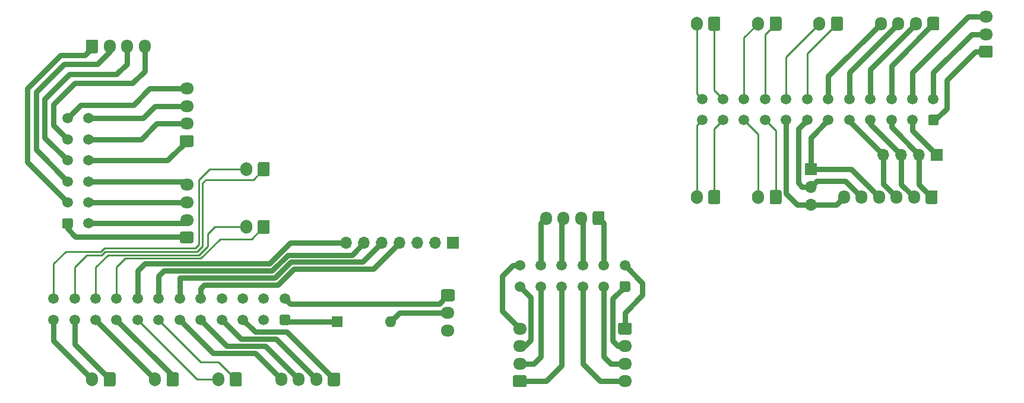
<source format=gbr>
%TF.GenerationSoftware,KiCad,Pcbnew,(5.1.9)-1*%
%TF.CreationDate,2021-02-21T18:32:43+01:00*%
%TF.ProjectId,voron2_pcb,766f726f-6e32-45f7-9063-622e6b696361,rev?*%
%TF.SameCoordinates,Original*%
%TF.FileFunction,Copper,L2,Bot*%
%TF.FilePolarity,Positive*%
%FSLAX46Y46*%
G04 Gerber Fmt 4.6, Leading zero omitted, Abs format (unit mm)*
G04 Created by KiCad (PCBNEW (5.1.9)-1) date 2021-02-21 18:32:43*
%MOMM*%
%LPD*%
G01*
G04 APERTURE LIST*
%TA.AperFunction,ComponentPad*%
%ADD10O,1.950000X1.700000*%
%TD*%
%TA.AperFunction,ComponentPad*%
%ADD11O,1.700000X2.000000*%
%TD*%
%TA.AperFunction,ComponentPad*%
%ADD12C,1.500000*%
%TD*%
%TA.AperFunction,ComponentPad*%
%ADD13O,1.700000X1.700000*%
%TD*%
%TA.AperFunction,ComponentPad*%
%ADD14R,1.700000X1.700000*%
%TD*%
%TA.AperFunction,ComponentPad*%
%ADD15O,1.700000X1.950000*%
%TD*%
%TA.AperFunction,ComponentPad*%
%ADD16O,1.600000X1.600000*%
%TD*%
%TA.AperFunction,ComponentPad*%
%ADD17R,1.600000X1.600000*%
%TD*%
%TA.AperFunction,Conductor*%
%ADD18C,0.800000*%
%TD*%
%TA.AperFunction,Conductor*%
%ADD19C,0.250000*%
%TD*%
G04 APERTURE END LIST*
D10*
%TO.P,J28,4*%
%TO.N,Net-(J22-Pad9)*%
X43500000Y-44000000D03*
%TO.P,J28,3*%
%TO.N,Net-(J22-Pad8)*%
X43500000Y-46500000D03*
%TO.P,J28,2*%
%TO.N,Net-(J22-Pad7)*%
X43500000Y-49000000D03*
%TO.P,J28,1*%
%TO.N,Net-(J22-Pad1)*%
%TA.AperFunction,ComponentPad*%
G36*
G01*
X44225000Y-52350000D02*
X42775000Y-52350000D01*
G75*
G02*
X42525000Y-52100000I0J250000D01*
G01*
X42525000Y-50900000D01*
G75*
G02*
X42775000Y-50650000I250000J0D01*
G01*
X44225000Y-50650000D01*
G75*
G02*
X44475000Y-50900000I0J-250000D01*
G01*
X44475000Y-52100000D01*
G75*
G02*
X44225000Y-52350000I-250000J0D01*
G01*
G37*
%TD.AperFunction*%
%TD*%
%TO.P,J27,4*%
%TO.N,Net-(J22-Pad6)*%
X43500000Y-30250000D03*
%TO.P,J27,3*%
%TO.N,Net-(J22-Pad12)*%
X43500000Y-32750000D03*
%TO.P,J27,2*%
%TO.N,Net-(J22-Pad11)*%
X43500000Y-35250000D03*
%TO.P,J27,1*%
%TO.N,Net-(J22-Pad10)*%
%TA.AperFunction,ComponentPad*%
G36*
G01*
X44225000Y-38600000D02*
X42775000Y-38600000D01*
G75*
G02*
X42525000Y-38350000I0J250000D01*
G01*
X42525000Y-37150000D01*
G75*
G02*
X42775000Y-36900000I250000J0D01*
G01*
X44225000Y-36900000D01*
G75*
G02*
X44475000Y-37150000I0J-250000D01*
G01*
X44475000Y-38350000D01*
G75*
G02*
X44225000Y-38600000I-250000J0D01*
G01*
G37*
%TD.AperFunction*%
%TD*%
D11*
%TO.P,J26,2*%
%TO.N,Net-(J20-Pad24)*%
X52000000Y-41750000D03*
%TO.P,J26,1*%
%TO.N,Net-(J20-Pad23)*%
%TA.AperFunction,ComponentPad*%
G36*
G01*
X55350000Y-41000000D02*
X55350000Y-42500000D01*
G75*
G02*
X55100000Y-42750000I-250000J0D01*
G01*
X53900000Y-42750000D01*
G75*
G02*
X53650000Y-42500000I0J250000D01*
G01*
X53650000Y-41000000D01*
G75*
G02*
X53900000Y-40750000I250000J0D01*
G01*
X55100000Y-40750000D01*
G75*
G02*
X55350000Y-41000000I0J-250000D01*
G01*
G37*
%TD.AperFunction*%
%TD*%
%TO.P,J25,2*%
%TO.N,Net-(J20-Pad12)*%
X30000000Y-71750000D03*
%TO.P,J25,1*%
%TO.N,Net-(J20-Pad11)*%
%TA.AperFunction,ComponentPad*%
G36*
G01*
X33350000Y-71000000D02*
X33350000Y-72500000D01*
G75*
G02*
X33100000Y-72750000I-250000J0D01*
G01*
X31900000Y-72750000D01*
G75*
G02*
X31650000Y-72500000I0J250000D01*
G01*
X31650000Y-71000000D01*
G75*
G02*
X31900000Y-70750000I250000J0D01*
G01*
X33100000Y-70750000D01*
G75*
G02*
X33350000Y-71000000I0J-250000D01*
G01*
G37*
%TD.AperFunction*%
%TD*%
%TO.P,J24,2*%
%TO.N,Net-(J20-Pad22)*%
X52000000Y-50000000D03*
%TO.P,J24,1*%
%TO.N,Net-(J20-Pad21)*%
%TA.AperFunction,ComponentPad*%
G36*
G01*
X55350000Y-49250000D02*
X55350000Y-50750000D01*
G75*
G02*
X55100000Y-51000000I-250000J0D01*
G01*
X53900000Y-51000000D01*
G75*
G02*
X53650000Y-50750000I0J250000D01*
G01*
X53650000Y-49250000D01*
G75*
G02*
X53900000Y-49000000I250000J0D01*
G01*
X55100000Y-49000000D01*
G75*
G02*
X55350000Y-49250000I0J-250000D01*
G01*
G37*
%TD.AperFunction*%
%TD*%
%TO.P,J23,2*%
%TO.N,Net-(J20-Pad10)*%
X39000000Y-71750000D03*
%TO.P,J23,1*%
%TO.N,Net-(J20-Pad9)*%
%TA.AperFunction,ComponentPad*%
G36*
G01*
X42350000Y-71000000D02*
X42350000Y-72500000D01*
G75*
G02*
X42100000Y-72750000I-250000J0D01*
G01*
X40900000Y-72750000D01*
G75*
G02*
X40650000Y-72500000I0J250000D01*
G01*
X40650000Y-71000000D01*
G75*
G02*
X40900000Y-70750000I250000J0D01*
G01*
X42100000Y-70750000D01*
G75*
G02*
X42350000Y-71000000I0J-250000D01*
G01*
G37*
%TD.AperFunction*%
%TD*%
D12*
%TO.P,J22,12*%
%TO.N,Net-(J22-Pad12)*%
X29500000Y-34500000D03*
%TO.P,J22,11*%
%TO.N,Net-(J22-Pad11)*%
X29500000Y-37500000D03*
%TO.P,J22,10*%
%TO.N,Net-(J22-Pad10)*%
X29500000Y-40500000D03*
%TO.P,J22,9*%
%TO.N,Net-(J22-Pad9)*%
X29500000Y-43500000D03*
%TO.P,J22,8*%
%TO.N,Net-(J22-Pad8)*%
X29500000Y-46500000D03*
%TO.P,J22,7*%
%TO.N,Net-(J22-Pad7)*%
X29500000Y-49500000D03*
%TO.P,J22,6*%
%TO.N,Net-(J22-Pad6)*%
X26500000Y-34500000D03*
%TO.P,J22,5*%
%TO.N,Net-(J17-Pad4)*%
X26500000Y-37500000D03*
%TO.P,J22,4*%
%TO.N,Net-(J17-Pad3)*%
X26500000Y-40500000D03*
%TO.P,J22,3*%
%TO.N,Net-(J17-Pad2)*%
X26500000Y-43500000D03*
%TO.P,J22,2*%
%TO.N,Net-(J17-Pad1)*%
X26500000Y-46500000D03*
%TO.P,J22,1*%
%TO.N,Net-(J22-Pad1)*%
%TA.AperFunction,ComponentPad*%
G36*
G01*
X27000000Y-50250000D02*
X26000000Y-50250000D01*
G75*
G02*
X25750000Y-50000000I0J250000D01*
G01*
X25750000Y-49000000D01*
G75*
G02*
X26000000Y-48750000I250000J0D01*
G01*
X27000000Y-48750000D01*
G75*
G02*
X27250000Y-49000000I0J-250000D01*
G01*
X27250000Y-50000000D01*
G75*
G02*
X27000000Y-50250000I-250000J0D01*
G01*
G37*
%TD.AperFunction*%
%TD*%
D11*
%TO.P,J21,2*%
%TO.N,Net-(J20-Pad8)*%
X48000000Y-71750000D03*
%TO.P,J21,1*%
%TO.N,Net-(J20-Pad7)*%
%TA.AperFunction,ComponentPad*%
G36*
G01*
X51350000Y-71000000D02*
X51350000Y-72500000D01*
G75*
G02*
X51100000Y-72750000I-250000J0D01*
G01*
X49900000Y-72750000D01*
G75*
G02*
X49650000Y-72500000I0J250000D01*
G01*
X49650000Y-71000000D01*
G75*
G02*
X49900000Y-70750000I250000J0D01*
G01*
X51100000Y-70750000D01*
G75*
G02*
X51350000Y-71000000I0J-250000D01*
G01*
G37*
%TD.AperFunction*%
%TD*%
D12*
%TO.P,J20,24*%
%TO.N,Net-(J20-Pad24)*%
X24500000Y-60250000D03*
%TO.P,J20,23*%
%TO.N,Net-(J20-Pad23)*%
X27500000Y-60250000D03*
%TO.P,J20,22*%
%TO.N,Net-(J20-Pad22)*%
X30500000Y-60250000D03*
%TO.P,J20,21*%
%TO.N,Net-(J20-Pad21)*%
X33500000Y-60250000D03*
%TO.P,J20,20*%
%TO.N,Net-(J19-Pad7)*%
X36500000Y-60250000D03*
%TO.P,J20,19*%
%TO.N,Net-(J19-Pad6)*%
X39500000Y-60250000D03*
%TO.P,J20,18*%
%TO.N,Net-(J19-Pad5)*%
X42500000Y-60250000D03*
%TO.P,J20,17*%
%TO.N,Net-(J19-Pad4)*%
X45500000Y-60250000D03*
%TO.P,J20,16*%
%TO.N,Net-(J19-Pad3)*%
X48500000Y-60250000D03*
%TO.P,J20,15*%
%TO.N,Net-(J19-Pad2)*%
X51500000Y-60250000D03*
%TO.P,J20,14*%
%TO.N,Net-(J19-Pad1)*%
X54500000Y-60250000D03*
%TO.P,J20,13*%
%TO.N,Net-(J16-Pad1)*%
X57500000Y-60250000D03*
%TO.P,J20,12*%
%TO.N,Net-(J20-Pad12)*%
X24500000Y-63250000D03*
%TO.P,J20,11*%
%TO.N,Net-(J20-Pad11)*%
X27500000Y-63250000D03*
%TO.P,J20,10*%
%TO.N,Net-(J20-Pad10)*%
X30500000Y-63250000D03*
%TO.P,J20,9*%
%TO.N,Net-(J20-Pad9)*%
X33500000Y-63250000D03*
%TO.P,J20,8*%
%TO.N,Net-(J20-Pad8)*%
X36500000Y-63250000D03*
%TO.P,J20,7*%
%TO.N,Net-(J20-Pad7)*%
X39500000Y-63250000D03*
%TO.P,J20,6*%
%TO.N,Net-(J18-Pad4)*%
X42500000Y-63250000D03*
%TO.P,J20,5*%
%TO.N,Net-(J18-Pad3)*%
X45500000Y-63250000D03*
%TO.P,J20,4*%
%TO.N,Net-(J18-Pad2)*%
X48500000Y-63250000D03*
%TO.P,J20,3*%
%TO.N,Net-(J18-Pad1)*%
X51500000Y-63250000D03*
%TO.P,J20,2*%
%TO.N,Net-(J16-Pad3)*%
X54500000Y-63250000D03*
%TO.P,J20,1*%
%TO.N,Net-(D1-Pad1)*%
%TA.AperFunction,ComponentPad*%
G36*
G01*
X58250000Y-62750000D02*
X58250000Y-63750000D01*
G75*
G02*
X58000000Y-64000000I-250000J0D01*
G01*
X57000000Y-64000000D01*
G75*
G02*
X56750000Y-63750000I0J250000D01*
G01*
X56750000Y-62750000D01*
G75*
G02*
X57000000Y-62500000I250000J0D01*
G01*
X58000000Y-62500000D01*
G75*
G02*
X58250000Y-62750000I0J-250000D01*
G01*
G37*
%TD.AperFunction*%
%TD*%
D13*
%TO.P,J19,7*%
%TO.N,Net-(J19-Pad7)*%
X66260000Y-52250000D03*
%TO.P,J19,6*%
%TO.N,Net-(J19-Pad6)*%
X68800000Y-52250000D03*
%TO.P,J19,5*%
%TO.N,Net-(J19-Pad5)*%
X71340000Y-52250000D03*
%TO.P,J19,4*%
%TO.N,Net-(J19-Pad4)*%
X73880000Y-52250000D03*
%TO.P,J19,3*%
%TO.N,Net-(J19-Pad3)*%
X76420000Y-52250000D03*
%TO.P,J19,2*%
%TO.N,Net-(J19-Pad2)*%
X78960000Y-52250000D03*
D14*
%TO.P,J19,1*%
%TO.N,Net-(J19-Pad1)*%
X81500000Y-52250000D03*
%TD*%
D15*
%TO.P,J18,4*%
%TO.N,Net-(J18-Pad4)*%
X57000000Y-71750000D03*
%TO.P,J18,3*%
%TO.N,Net-(J18-Pad3)*%
X59500000Y-71750000D03*
%TO.P,J18,2*%
%TO.N,Net-(J18-Pad2)*%
X62000000Y-71750000D03*
%TO.P,J18,1*%
%TO.N,Net-(J18-Pad1)*%
%TA.AperFunction,ComponentPad*%
G36*
G01*
X65350000Y-71025000D02*
X65350000Y-72475000D01*
G75*
G02*
X65100000Y-72725000I-250000J0D01*
G01*
X63900000Y-72725000D01*
G75*
G02*
X63650000Y-72475000I0J250000D01*
G01*
X63650000Y-71025000D01*
G75*
G02*
X63900000Y-70775000I250000J0D01*
G01*
X65100000Y-70775000D01*
G75*
G02*
X65350000Y-71025000I0J-250000D01*
G01*
G37*
%TD.AperFunction*%
%TD*%
%TO.P,J17,4*%
%TO.N,Net-(J17-Pad4)*%
X37500000Y-24250000D03*
%TO.P,J17,3*%
%TO.N,Net-(J17-Pad3)*%
X35000000Y-24250000D03*
%TO.P,J17,2*%
%TO.N,Net-(J17-Pad2)*%
X32500000Y-24250000D03*
%TO.P,J17,1*%
%TO.N,Net-(J17-Pad1)*%
%TA.AperFunction,ComponentPad*%
G36*
G01*
X29150000Y-24975000D02*
X29150000Y-23525000D01*
G75*
G02*
X29400000Y-23275000I250000J0D01*
G01*
X30600000Y-23275000D01*
G75*
G02*
X30850000Y-23525000I0J-250000D01*
G01*
X30850000Y-24975000D01*
G75*
G02*
X30600000Y-25225000I-250000J0D01*
G01*
X29400000Y-25225000D01*
G75*
G02*
X29150000Y-24975000I0J250000D01*
G01*
G37*
%TD.AperFunction*%
%TD*%
D10*
%TO.P,J16,3*%
%TO.N,Net-(J16-Pad3)*%
X80750000Y-64750000D03*
%TO.P,J16,2*%
%TO.N,Net-(D1-Pad2)*%
X80750000Y-62250000D03*
%TO.P,J16,1*%
%TO.N,Net-(J16-Pad1)*%
%TA.AperFunction,ComponentPad*%
G36*
G01*
X80025000Y-58900000D02*
X81475000Y-58900000D01*
G75*
G02*
X81725000Y-59150000I0J-250000D01*
G01*
X81725000Y-60350000D01*
G75*
G02*
X81475000Y-60600000I-250000J0D01*
G01*
X80025000Y-60600000D01*
G75*
G02*
X79775000Y-60350000I0J250000D01*
G01*
X79775000Y-59150000D01*
G75*
G02*
X80025000Y-58900000I250000J0D01*
G01*
G37*
%TD.AperFunction*%
%TD*%
D13*
%TO.P,J15,3*%
%TO.N,Net-(J15-Pad3)*%
X132500000Y-46830000D03*
%TO.P,J15,2*%
%TO.N,Net-(J15-Pad2)*%
X132500000Y-44290000D03*
D14*
%TO.P,J15,1*%
%TO.N,Net-(J15-Pad1)*%
X132500000Y-41750000D03*
%TD*%
D11*
%TO.P,J14,2*%
%TO.N,Net-(J14-Pad2)*%
X116250000Y-45750000D03*
%TO.P,J14,1*%
%TO.N,Net-(J14-Pad1)*%
%TA.AperFunction,ComponentPad*%
G36*
G01*
X119600000Y-45000000D02*
X119600000Y-46500000D01*
G75*
G02*
X119350000Y-46750000I-250000J0D01*
G01*
X118150000Y-46750000D01*
G75*
G02*
X117900000Y-46500000I0J250000D01*
G01*
X117900000Y-45000000D01*
G75*
G02*
X118150000Y-44750000I250000J0D01*
G01*
X119350000Y-44750000D01*
G75*
G02*
X119600000Y-45000000I0J-250000D01*
G01*
G37*
%TD.AperFunction*%
%TD*%
%TO.P,J13,2*%
%TO.N,Net-(J13-Pad2)*%
X116250000Y-21000000D03*
%TO.P,J13,1*%
%TO.N,Net-(J13-Pad1)*%
%TA.AperFunction,ComponentPad*%
G36*
G01*
X119600000Y-20250000D02*
X119600000Y-21750000D01*
G75*
G02*
X119350000Y-22000000I-250000J0D01*
G01*
X118150000Y-22000000D01*
G75*
G02*
X117900000Y-21750000I0J250000D01*
G01*
X117900000Y-20250000D01*
G75*
G02*
X118150000Y-20000000I250000J0D01*
G01*
X119350000Y-20000000D01*
G75*
G02*
X119600000Y-20250000I0J-250000D01*
G01*
G37*
%TD.AperFunction*%
%TD*%
D10*
%TO.P,J12,4*%
%TO.N,Net-(J12-Pad4)*%
X106000000Y-72000000D03*
%TO.P,J12,3*%
%TO.N,Net-(J12-Pad3)*%
X106000000Y-69500000D03*
%TO.P,J12,2*%
%TO.N,Net-(J12-Pad2)*%
X106000000Y-67000000D03*
%TO.P,J12,1*%
%TO.N,Net-(J12-Pad1)*%
%TA.AperFunction,ComponentPad*%
G36*
G01*
X105275000Y-63650000D02*
X106725000Y-63650000D01*
G75*
G02*
X106975000Y-63900000I0J-250000D01*
G01*
X106975000Y-65100000D01*
G75*
G02*
X106725000Y-65350000I-250000J0D01*
G01*
X105275000Y-65350000D01*
G75*
G02*
X105025000Y-65100000I0J250000D01*
G01*
X105025000Y-63900000D01*
G75*
G02*
X105275000Y-63650000I250000J0D01*
G01*
G37*
%TD.AperFunction*%
%TD*%
%TO.P,J11,4*%
%TO.N,Net-(J11-Pad4)*%
X91000000Y-64500000D03*
%TO.P,J11,3*%
%TO.N,Net-(J11-Pad3)*%
X91000000Y-67000000D03*
%TO.P,J11,2*%
%TO.N,Net-(J11-Pad2)*%
X91000000Y-69500000D03*
%TO.P,J11,1*%
%TO.N,Net-(J11-Pad1)*%
%TA.AperFunction,ComponentPad*%
G36*
G01*
X91725000Y-72850000D02*
X90275000Y-72850000D01*
G75*
G02*
X90025000Y-72600000I0J250000D01*
G01*
X90025000Y-71400000D01*
G75*
G02*
X90275000Y-71150000I250000J0D01*
G01*
X91725000Y-71150000D01*
G75*
G02*
X91975000Y-71400000I0J-250000D01*
G01*
X91975000Y-72600000D01*
G75*
G02*
X91725000Y-72850000I-250000J0D01*
G01*
G37*
%TD.AperFunction*%
%TD*%
D11*
%TO.P,J10,2*%
%TO.N,Net-(J10-Pad2)*%
X125000000Y-45750000D03*
%TO.P,J10,1*%
%TO.N,Net-(J10-Pad1)*%
%TA.AperFunction,ComponentPad*%
G36*
G01*
X128350000Y-45000000D02*
X128350000Y-46500000D01*
G75*
G02*
X128100000Y-46750000I-250000J0D01*
G01*
X126900000Y-46750000D01*
G75*
G02*
X126650000Y-46500000I0J250000D01*
G01*
X126650000Y-45000000D01*
G75*
G02*
X126900000Y-44750000I250000J0D01*
G01*
X128100000Y-44750000D01*
G75*
G02*
X128350000Y-45000000I0J-250000D01*
G01*
G37*
%TD.AperFunction*%
%TD*%
%TO.P,J9,2*%
%TO.N,Net-(J7-Pad22)*%
X125000000Y-21000000D03*
%TO.P,J9,1*%
%TO.N,Net-(J7-Pad21)*%
%TA.AperFunction,ComponentPad*%
G36*
G01*
X128350000Y-20250000D02*
X128350000Y-21750000D01*
G75*
G02*
X128100000Y-22000000I-250000J0D01*
G01*
X126900000Y-22000000D01*
G75*
G02*
X126650000Y-21750000I0J250000D01*
G01*
X126650000Y-20250000D01*
G75*
G02*
X126900000Y-20000000I250000J0D01*
G01*
X128100000Y-20000000D01*
G75*
G02*
X128350000Y-20250000I0J-250000D01*
G01*
G37*
%TD.AperFunction*%
%TD*%
%TO.P,J8,2*%
%TO.N,Net-(J7-Pad20)*%
X133750000Y-21000000D03*
%TO.P,J8,1*%
%TO.N,Net-(J7-Pad19)*%
%TA.AperFunction,ComponentPad*%
G36*
G01*
X137100000Y-20250000D02*
X137100000Y-21750000D01*
G75*
G02*
X136850000Y-22000000I-250000J0D01*
G01*
X135650000Y-22000000D01*
G75*
G02*
X135400000Y-21750000I0J250000D01*
G01*
X135400000Y-20250000D01*
G75*
G02*
X135650000Y-20000000I250000J0D01*
G01*
X136850000Y-20000000D01*
G75*
G02*
X137100000Y-20250000I0J-250000D01*
G01*
G37*
%TD.AperFunction*%
%TD*%
D12*
%TO.P,J7,24*%
%TO.N,Net-(J13-Pad2)*%
X117000000Y-31750000D03*
%TO.P,J7,23*%
%TO.N,Net-(J13-Pad1)*%
X120000000Y-31750000D03*
%TO.P,J7,22*%
%TO.N,Net-(J7-Pad22)*%
X123000000Y-31750000D03*
%TO.P,J7,21*%
%TO.N,Net-(J7-Pad21)*%
X126000000Y-31750000D03*
%TO.P,J7,20*%
%TO.N,Net-(J7-Pad20)*%
X129000000Y-31750000D03*
%TO.P,J7,19*%
%TO.N,Net-(J7-Pad19)*%
X132000000Y-31750000D03*
%TO.P,J7,18*%
%TO.N,Net-(J4-Pad4)*%
X135000000Y-31750000D03*
%TO.P,J7,17*%
%TO.N,Net-(J4-Pad3)*%
X138000000Y-31750000D03*
%TO.P,J7,16*%
%TO.N,Net-(J4-Pad2)*%
X141000000Y-31750000D03*
%TO.P,J7,15*%
%TO.N,Net-(J4-Pad1)*%
X144000000Y-31750000D03*
%TO.P,J7,14*%
%TO.N,Net-(J3-Pad3)*%
X147000000Y-31750000D03*
%TO.P,J7,13*%
%TO.N,Net-(J3-Pad2)*%
X150000000Y-31750000D03*
%TO.P,J7,12*%
%TO.N,Net-(J14-Pad2)*%
X117000000Y-34750000D03*
%TO.P,J7,11*%
%TO.N,Net-(J14-Pad1)*%
X120000000Y-34750000D03*
%TO.P,J7,10*%
%TO.N,Net-(J10-Pad2)*%
X123000000Y-34750000D03*
%TO.P,J7,9*%
%TO.N,Net-(J10-Pad1)*%
X126000000Y-34750000D03*
%TO.P,J7,8*%
%TO.N,Net-(J15-Pad3)*%
X129000000Y-34750000D03*
%TO.P,J7,7*%
%TO.N,Net-(J15-Pad2)*%
X132000000Y-34750000D03*
%TO.P,J7,6*%
%TO.N,Net-(J15-Pad1)*%
X135000000Y-34750000D03*
%TO.P,J7,5*%
%TO.N,Net-(J2-Pad4)*%
X138000000Y-34750000D03*
%TO.P,J7,4*%
%TO.N,Net-(J2-Pad3)*%
X141000000Y-34750000D03*
%TO.P,J7,3*%
%TO.N,Net-(J2-Pad2)*%
X144000000Y-34750000D03*
%TO.P,J7,2*%
%TO.N,Net-(J2-Pad1)*%
X147000000Y-34750000D03*
%TO.P,J7,1*%
%TO.N,Net-(J3-Pad1)*%
%TA.AperFunction,ComponentPad*%
G36*
G01*
X150750000Y-34250000D02*
X150750000Y-35250000D01*
G75*
G02*
X150500000Y-35500000I-250000J0D01*
G01*
X149500000Y-35500000D01*
G75*
G02*
X149250000Y-35250000I0J250000D01*
G01*
X149250000Y-34250000D01*
G75*
G02*
X149500000Y-34000000I250000J0D01*
G01*
X150500000Y-34000000D01*
G75*
G02*
X150750000Y-34250000I0J-250000D01*
G01*
G37*
%TD.AperFunction*%
%TD*%
D15*
%TO.P,J6,6*%
%TO.N,Net-(J15-Pad3)*%
X137250000Y-45750000D03*
%TO.P,J6,5*%
%TO.N,Net-(J15-Pad2)*%
X139750000Y-45750000D03*
%TO.P,J6,4*%
%TO.N,Net-(J15-Pad1)*%
X142250000Y-45750000D03*
%TO.P,J6,3*%
%TO.N,Net-(J2-Pad4)*%
X144750000Y-45750000D03*
%TO.P,J6,2*%
%TO.N,Net-(J2-Pad3)*%
X147250000Y-45750000D03*
%TO.P,J6,1*%
%TO.N,Net-(J2-Pad2)*%
%TA.AperFunction,ComponentPad*%
G36*
G01*
X150600000Y-45025000D02*
X150600000Y-46475000D01*
G75*
G02*
X150350000Y-46725000I-250000J0D01*
G01*
X149150000Y-46725000D01*
G75*
G02*
X148900000Y-46475000I0J250000D01*
G01*
X148900000Y-45025000D01*
G75*
G02*
X149150000Y-44775000I250000J0D01*
G01*
X150350000Y-44775000D01*
G75*
G02*
X150600000Y-45025000I0J-250000D01*
G01*
G37*
%TD.AperFunction*%
%TD*%
D12*
%TO.P,J5,12*%
%TO.N,Net-(J11-Pad4)*%
X91000000Y-55500000D03*
%TO.P,J5,11*%
%TO.N,Net-(J1-Pad4)*%
X94000000Y-55500000D03*
%TO.P,J5,10*%
%TO.N,Net-(J1-Pad3)*%
X97000000Y-55500000D03*
%TO.P,J5,9*%
%TO.N,Net-(J1-Pad2)*%
X100000000Y-55500000D03*
%TO.P,J5,8*%
%TO.N,Net-(J1-Pad1)*%
X103000000Y-55500000D03*
%TO.P,J5,7*%
%TO.N,Net-(J12-Pad1)*%
X106000000Y-55500000D03*
%TO.P,J5,6*%
%TO.N,Net-(J11-Pad3)*%
X91000000Y-58500000D03*
%TO.P,J5,5*%
%TO.N,Net-(J11-Pad2)*%
X94000000Y-58500000D03*
%TO.P,J5,4*%
%TO.N,Net-(J11-Pad1)*%
X97000000Y-58500000D03*
%TO.P,J5,3*%
%TO.N,Net-(J12-Pad4)*%
X100000000Y-58500000D03*
%TO.P,J5,2*%
%TO.N,Net-(J12-Pad3)*%
X103000000Y-58500000D03*
%TO.P,J5,1*%
%TO.N,Net-(J12-Pad2)*%
%TA.AperFunction,ComponentPad*%
G36*
G01*
X106750000Y-58000000D02*
X106750000Y-59000000D01*
G75*
G02*
X106500000Y-59250000I-250000J0D01*
G01*
X105500000Y-59250000D01*
G75*
G02*
X105250000Y-59000000I0J250000D01*
G01*
X105250000Y-58000000D01*
G75*
G02*
X105500000Y-57750000I250000J0D01*
G01*
X106500000Y-57750000D01*
G75*
G02*
X106750000Y-58000000I0J-250000D01*
G01*
G37*
%TD.AperFunction*%
%TD*%
D15*
%TO.P,J4,4*%
%TO.N,Net-(J4-Pad4)*%
X142500000Y-21000000D03*
%TO.P,J4,3*%
%TO.N,Net-(J4-Pad3)*%
X145000000Y-21000000D03*
%TO.P,J4,2*%
%TO.N,Net-(J4-Pad2)*%
X147500000Y-21000000D03*
%TO.P,J4,1*%
%TO.N,Net-(J4-Pad1)*%
%TA.AperFunction,ComponentPad*%
G36*
G01*
X150850000Y-20275000D02*
X150850000Y-21725000D01*
G75*
G02*
X150600000Y-21975000I-250000J0D01*
G01*
X149400000Y-21975000D01*
G75*
G02*
X149150000Y-21725000I0J250000D01*
G01*
X149150000Y-20275000D01*
G75*
G02*
X149400000Y-20025000I250000J0D01*
G01*
X150600000Y-20025000D01*
G75*
G02*
X150850000Y-20275000I0J-250000D01*
G01*
G37*
%TD.AperFunction*%
%TD*%
D10*
%TO.P,J3,3*%
%TO.N,Net-(J3-Pad3)*%
X157500000Y-20000000D03*
%TO.P,J3,2*%
%TO.N,Net-(J3-Pad2)*%
X157500000Y-22500000D03*
%TO.P,J3,1*%
%TO.N,Net-(J3-Pad1)*%
%TA.AperFunction,ComponentPad*%
G36*
G01*
X158225000Y-25850000D02*
X156775000Y-25850000D01*
G75*
G02*
X156525000Y-25600000I0J250000D01*
G01*
X156525000Y-24400000D01*
G75*
G02*
X156775000Y-24150000I250000J0D01*
G01*
X158225000Y-24150000D01*
G75*
G02*
X158475000Y-24400000I0J-250000D01*
G01*
X158475000Y-25600000D01*
G75*
G02*
X158225000Y-25850000I-250000J0D01*
G01*
G37*
%TD.AperFunction*%
%TD*%
D13*
%TO.P,J2,4*%
%TO.N,Net-(J2-Pad4)*%
X142880000Y-39750000D03*
%TO.P,J2,3*%
%TO.N,Net-(J2-Pad3)*%
X145420000Y-39750000D03*
%TO.P,J2,2*%
%TO.N,Net-(J2-Pad2)*%
X147960000Y-39750000D03*
D14*
%TO.P,J2,1*%
%TO.N,Net-(J2-Pad1)*%
X150500000Y-39750000D03*
%TD*%
D15*
%TO.P,J1,4*%
%TO.N,Net-(J1-Pad4)*%
X94750000Y-48750000D03*
%TO.P,J1,3*%
%TO.N,Net-(J1-Pad3)*%
X97250000Y-48750000D03*
%TO.P,J1,2*%
%TO.N,Net-(J1-Pad2)*%
X99750000Y-48750000D03*
%TO.P,J1,1*%
%TO.N,Net-(J1-Pad1)*%
%TA.AperFunction,ComponentPad*%
G36*
G01*
X103100000Y-48025000D02*
X103100000Y-49475000D01*
G75*
G02*
X102850000Y-49725000I-250000J0D01*
G01*
X101650000Y-49725000D01*
G75*
G02*
X101400000Y-49475000I0J250000D01*
G01*
X101400000Y-48025000D01*
G75*
G02*
X101650000Y-47775000I250000J0D01*
G01*
X102850000Y-47775000D01*
G75*
G02*
X103100000Y-48025000I0J-250000D01*
G01*
G37*
%TD.AperFunction*%
%TD*%
D16*
%TO.P,D1,2*%
%TO.N,Net-(D1-Pad2)*%
X72620000Y-63500000D03*
D17*
%TO.P,D1,1*%
%TO.N,Net-(D1-Pad1)*%
X65000000Y-63500000D03*
%TD*%
D18*
%TO.N,Net-(D1-Pad2)*%
X73870000Y-62250000D02*
X72620000Y-63500000D01*
X80750000Y-62250000D02*
X73870000Y-62250000D01*
%TO.N,Net-(D1-Pad1)*%
X57750000Y-63500000D02*
X57500000Y-63250000D01*
X65000000Y-63500000D02*
X57750000Y-63500000D01*
%TO.N,Net-(J1-Pad4)*%
X94000000Y-49500000D02*
X94750000Y-48750000D01*
X94000000Y-55500000D02*
X94000000Y-49500000D01*
%TO.N,Net-(J1-Pad3)*%
X97000000Y-49000000D02*
X97250000Y-48750000D01*
X97000000Y-55500000D02*
X97000000Y-49000000D01*
%TO.N,Net-(J1-Pad2)*%
X100000000Y-49000000D02*
X99750000Y-48750000D01*
X100000000Y-55500000D02*
X100000000Y-49000000D01*
%TO.N,Net-(J1-Pad1)*%
X103000000Y-49500000D02*
X102250000Y-48750000D01*
X103000000Y-55500000D02*
X103000000Y-49500000D01*
%TO.N,Net-(J2-Pad4)*%
X138000000Y-34870000D02*
X142880000Y-39750000D01*
X138000000Y-34750000D02*
X138000000Y-34870000D01*
X142880000Y-43880000D02*
X144750000Y-45750000D01*
X142880000Y-39750000D02*
X142880000Y-43880000D01*
%TO.N,Net-(J2-Pad3)*%
X141000000Y-35330000D02*
X145420000Y-39750000D01*
X141000000Y-34750000D02*
X141000000Y-35330000D01*
X145420000Y-43920000D02*
X147250000Y-45750000D01*
X145420000Y-39750000D02*
X145420000Y-43920000D01*
%TO.N,Net-(J2-Pad2)*%
X144000000Y-35790000D02*
X147960000Y-39750000D01*
X144000000Y-34750000D02*
X144000000Y-35790000D01*
X147960000Y-43960000D02*
X149750000Y-45750000D01*
X147960000Y-39750000D02*
X147960000Y-43960000D01*
%TO.N,Net-(J2-Pad1)*%
X147000000Y-36250000D02*
X150500000Y-39750000D01*
X147000000Y-34750000D02*
X147000000Y-36250000D01*
%TO.N,Net-(J3-Pad3)*%
X147000000Y-31750000D02*
X147000000Y-28000000D01*
X155000000Y-20000000D02*
X157500000Y-20000000D01*
X147000000Y-28000000D02*
X155000000Y-20000000D01*
%TO.N,Net-(J3-Pad2)*%
X150000000Y-31750000D02*
X150000000Y-28000000D01*
X155500000Y-22500000D02*
X157500000Y-22500000D01*
X150000000Y-28000000D02*
X155500000Y-22500000D01*
%TO.N,Net-(J3-Pad1)*%
X150000000Y-34750000D02*
X150250000Y-34750000D01*
X151899999Y-33100001D02*
X151899999Y-29100001D01*
X150250000Y-34750000D02*
X151899999Y-33100001D01*
X156000000Y-25000000D02*
X157500000Y-25000000D01*
X151899999Y-29100001D02*
X156000000Y-25000000D01*
%TO.N,Net-(J4-Pad4)*%
X135000000Y-28500000D02*
X142500000Y-21000000D01*
X135000000Y-31750000D02*
X135000000Y-28500000D01*
%TO.N,Net-(J4-Pad3)*%
X138000000Y-28000000D02*
X145000000Y-21000000D01*
X138000000Y-31750000D02*
X138000000Y-28000000D01*
%TO.N,Net-(J4-Pad2)*%
X141000000Y-27500000D02*
X147500000Y-21000000D01*
X141000000Y-31750000D02*
X141000000Y-27500000D01*
%TO.N,Net-(J4-Pad1)*%
X144000000Y-27000000D02*
X150000000Y-21000000D01*
X144000000Y-31750000D02*
X144000000Y-27000000D01*
%TO.N,Net-(J11-Pad4)*%
X90000000Y-55500000D02*
X91000000Y-55500000D01*
X88500000Y-62000000D02*
X88500000Y-57000000D01*
X88500000Y-57000000D02*
X90000000Y-55500000D01*
X91000000Y-64500000D02*
X88500000Y-62000000D01*
%TO.N,Net-(J12-Pad1)*%
X108500000Y-58000000D02*
X106000000Y-55500000D01*
X108500000Y-59750000D02*
X108500000Y-58000000D01*
X106000000Y-62250000D02*
X108500000Y-59750000D01*
X106000000Y-64500000D02*
X106000000Y-62250000D01*
%TO.N,Net-(J11-Pad3)*%
X91000000Y-67000000D02*
X91750000Y-67000000D01*
X92575010Y-60075010D02*
X91000000Y-58500000D01*
X92575010Y-66174990D02*
X92575010Y-60075010D01*
X91750000Y-67000000D02*
X92575010Y-66174990D01*
%TO.N,Net-(J11-Pad2)*%
X91000000Y-69500000D02*
X93000000Y-69500000D01*
X94000000Y-68500000D02*
X94000000Y-58500000D01*
X93000000Y-69500000D02*
X94000000Y-68500000D01*
%TO.N,Net-(J11-Pad1)*%
X91000000Y-72000000D02*
X94750000Y-72000000D01*
X97000000Y-69750000D02*
X97000000Y-58500000D01*
X94750000Y-72000000D02*
X97000000Y-69750000D01*
%TO.N,Net-(J12-Pad4)*%
X100000000Y-58500000D02*
X100000000Y-69500000D01*
X102500000Y-72000000D02*
X106000000Y-72000000D01*
X100000000Y-69500000D02*
X102500000Y-72000000D01*
%TO.N,Net-(J12-Pad3)*%
X106000000Y-69500000D02*
X104000000Y-69500000D01*
X103000000Y-68500000D02*
X103000000Y-58500000D01*
X104000000Y-69500000D02*
X103000000Y-68500000D01*
%TO.N,Net-(J12-Pad2)*%
X106000000Y-67000000D02*
X105000000Y-67000000D01*
X105000000Y-67000000D02*
X104250000Y-66250000D01*
X104250000Y-60250000D02*
X106000000Y-58500000D01*
X104250000Y-66250000D02*
X104250000Y-60250000D01*
%TO.N,Net-(J15-Pad3)*%
X132500000Y-46830000D02*
X130580000Y-46830000D01*
X130580000Y-46830000D02*
X128950010Y-45200010D01*
X128950010Y-34799990D02*
X129000000Y-34750000D01*
X128950010Y-45200010D02*
X128950010Y-34799990D01*
X136170000Y-46830000D02*
X137250000Y-45750000D01*
X132500000Y-46830000D02*
X136170000Y-46830000D01*
%TO.N,Net-(J15-Pad2)*%
X132500000Y-44290000D02*
X131290000Y-44290000D01*
X131290000Y-44290000D02*
X130750000Y-43750000D01*
X130750000Y-36000000D02*
X132000000Y-34750000D01*
X130750000Y-43750000D02*
X130750000Y-36000000D01*
X137440001Y-43440001D02*
X139750000Y-45750000D01*
X133349999Y-43440001D02*
X137440001Y-43440001D01*
X132500000Y-44290000D02*
X133349999Y-43440001D01*
%TO.N,Net-(J15-Pad1)*%
X132500000Y-37250000D02*
X135000000Y-34750000D01*
X132500000Y-41750000D02*
X132500000Y-37250000D01*
X138250000Y-41750000D02*
X142250000Y-45750000D01*
X132500000Y-41750000D02*
X138250000Y-41750000D01*
D19*
%TO.N,Net-(J13-Pad2)*%
X116250001Y-31000001D02*
X117000000Y-31750000D01*
X116250000Y-21000000D02*
X116250001Y-31000001D01*
%TO.N,Net-(J13-Pad1)*%
X118750000Y-30500000D02*
X120000000Y-31750000D01*
X118750000Y-21000000D02*
X118750000Y-30500000D01*
%TO.N,Net-(J7-Pad22)*%
X123000000Y-23000000D02*
X125000000Y-21000000D01*
X123000000Y-31750000D02*
X123000000Y-23000000D01*
%TO.N,Net-(J7-Pad21)*%
X126000000Y-22500000D02*
X127500000Y-21000000D01*
X126000000Y-31750000D02*
X126000000Y-22500000D01*
%TO.N,Net-(J7-Pad20)*%
X129000000Y-25750000D02*
X133750000Y-21000000D01*
X129000000Y-31750000D02*
X129000000Y-25750000D01*
%TO.N,Net-(J7-Pad19)*%
X132000000Y-25250000D02*
X136250000Y-21000000D01*
X132000000Y-31750000D02*
X132000000Y-25250000D01*
%TO.N,Net-(J14-Pad2)*%
X116250001Y-35499999D02*
X117000000Y-34750000D01*
X116250000Y-45750000D02*
X116250001Y-35499999D01*
%TO.N,Net-(J14-Pad1)*%
X118750000Y-36000000D02*
X120000000Y-34750000D01*
X118750000Y-45750000D02*
X118750000Y-36000000D01*
%TO.N,Net-(J10-Pad2)*%
X125000000Y-36750000D02*
X123000000Y-34750000D01*
X125000000Y-45750000D02*
X125000000Y-36750000D01*
%TO.N,Net-(J10-Pad1)*%
X127500000Y-36250000D02*
X126000000Y-34750000D01*
X127500000Y-45750000D02*
X127500000Y-36250000D01*
D18*
%TO.N,Net-(J16-Pad1)*%
X58249999Y-60999999D02*
X57500000Y-60250000D01*
X79500001Y-60999999D02*
X58249999Y-60999999D01*
X80750000Y-59750000D02*
X79500001Y-60999999D01*
%TO.N,Net-(J17-Pad4)*%
X35750000Y-29500000D02*
X37500000Y-27750000D01*
X27500000Y-29500000D02*
X35750000Y-29500000D01*
X24500000Y-32500000D02*
X27500000Y-29500000D01*
X24500000Y-35500000D02*
X24500000Y-32500000D01*
X26500000Y-37500000D02*
X24500000Y-35500000D01*
X37500000Y-27750000D02*
X37500000Y-24250000D01*
%TO.N,Net-(J17-Pad3)*%
X23250000Y-37250000D02*
X26500000Y-40500000D01*
X23250000Y-31750000D02*
X23250000Y-37250000D01*
X26750000Y-28250000D02*
X23250000Y-31750000D01*
X33500000Y-28250000D02*
X26750000Y-28250000D01*
X35000000Y-26750000D02*
X33500000Y-28250000D01*
X35000000Y-26750000D02*
X35000000Y-24250000D01*
%TO.N,Net-(J17-Pad2)*%
X30775000Y-26750000D02*
X32500000Y-25025000D01*
X26000000Y-26750000D02*
X30775000Y-26750000D01*
X22000000Y-30750000D02*
X26000000Y-26750000D01*
X22000000Y-39000000D02*
X22000000Y-30750000D01*
X26500000Y-43500000D02*
X22000000Y-39000000D01*
%TO.N,Net-(J17-Pad1)*%
X20750000Y-40750000D02*
X26500000Y-46500000D01*
X20750000Y-30250000D02*
X20750000Y-40750000D01*
X25500000Y-25500000D02*
X20750000Y-30250000D01*
X29000000Y-25500000D02*
X25500000Y-25500000D01*
X30000000Y-24500000D02*
X29000000Y-25500000D01*
%TO.N,Net-(J18-Pad4)*%
X53250000Y-68000000D02*
X57000000Y-71750000D01*
X47250000Y-68000000D02*
X53250000Y-68000000D01*
X42500000Y-63250000D02*
X47250000Y-68000000D01*
%TO.N,Net-(J18-Pad3)*%
X54749990Y-66999990D02*
X59500000Y-71750000D01*
X49249990Y-66999990D02*
X54749990Y-66999990D01*
X45500000Y-63250000D02*
X49249990Y-66999990D01*
%TO.N,Net-(J18-Pad2)*%
X56249980Y-65999980D02*
X62000000Y-71750000D01*
X51249980Y-65999980D02*
X56249980Y-65999980D01*
X48500000Y-63250000D02*
X51249980Y-65999980D01*
%TO.N,Net-(J18-Pad1)*%
X57749970Y-64999970D02*
X64500000Y-71750000D01*
X53249970Y-64999970D02*
X57749970Y-64999970D01*
X51500000Y-63250000D02*
X53249970Y-64999970D01*
%TO.N,Net-(J19-Pad7)*%
X36500000Y-60250000D02*
X36500000Y-56225010D01*
X37500000Y-55225010D02*
X55274990Y-55225010D01*
X36500000Y-56225010D02*
X37500000Y-55225010D01*
X58250000Y-52250000D02*
X66260000Y-52250000D01*
X55274990Y-55225010D02*
X58250000Y-52250000D01*
%TO.N,Net-(J19-Pad6)*%
X57914227Y-54000000D02*
X67050000Y-54000000D01*
X55689207Y-56225020D02*
X57914227Y-54000000D01*
X40250000Y-56225020D02*
X55689207Y-56225020D01*
X67050000Y-54000000D02*
X68800000Y-52250000D01*
X39500000Y-56975020D02*
X40250000Y-56225020D01*
X39500000Y-60250000D02*
X39500000Y-56975020D01*
%TO.N,Net-(J19-Pad5)*%
X68589990Y-55000010D02*
X71340000Y-52250000D01*
X58328444Y-55000010D02*
X68589990Y-55000010D01*
X56103424Y-57225030D02*
X58328444Y-55000010D01*
X42524970Y-57225030D02*
X56103424Y-57225030D01*
X42500000Y-57250000D02*
X42524970Y-57225030D01*
X42500000Y-60250000D02*
X42500000Y-57250000D01*
%TO.N,Net-(J19-Pad4)*%
X70129980Y-56000020D02*
X73880000Y-52250000D01*
X56500000Y-58250000D02*
X58749980Y-56000020D01*
X46000000Y-58250000D02*
X56500000Y-58250000D01*
X58749980Y-56000020D02*
X70129980Y-56000020D01*
X45500000Y-58750000D02*
X46000000Y-58250000D01*
X45500000Y-60250000D02*
X45500000Y-58750000D01*
D19*
%TO.N,Net-(J20-Pad24)*%
X24500000Y-60250000D02*
X24500000Y-55250000D01*
X24500000Y-55250000D02*
X26250000Y-53500000D01*
X26250000Y-53500000D02*
X31250000Y-53500000D01*
X31250000Y-53500000D02*
X31750000Y-53000000D01*
X31750000Y-53000000D02*
X44750000Y-53000000D01*
X44750000Y-53000000D02*
X45250000Y-52500000D01*
X45250000Y-52500000D02*
X45250000Y-43250000D01*
X46750000Y-41750000D02*
X52000000Y-41750000D01*
X45250000Y-43250000D02*
X46750000Y-41750000D01*
%TO.N,Net-(J20-Pad23)*%
X27500000Y-55750000D02*
X27500000Y-60250000D01*
X31386410Y-54000000D02*
X29250000Y-54000000D01*
X31886410Y-53500000D02*
X31386410Y-54000000D01*
X45000000Y-53500000D02*
X31886410Y-53500000D01*
X45750000Y-52750000D02*
X45000000Y-53500000D01*
X45750000Y-43750000D02*
X45750000Y-52750000D01*
X29250000Y-54000000D02*
X27500000Y-55750000D01*
X46250000Y-43250000D02*
X45750000Y-43750000D01*
X53000000Y-43250000D02*
X46250000Y-43250000D01*
X54500000Y-41750000D02*
X53000000Y-43250000D01*
%TO.N,Net-(J20-Pad22)*%
X47500000Y-50000000D02*
X52000000Y-50000000D01*
X46500000Y-51000000D02*
X47500000Y-50000000D01*
X46500000Y-52750000D02*
X46500000Y-51000000D01*
X45250000Y-54000000D02*
X46500000Y-52750000D01*
X32250000Y-54000000D02*
X45250000Y-54000000D01*
X30500000Y-55750000D02*
X32250000Y-54000000D01*
X30500000Y-60250000D02*
X30500000Y-55750000D01*
%TO.N,Net-(J20-Pad21)*%
X33500000Y-55750000D02*
X33500000Y-60250000D01*
X34750000Y-54500000D02*
X33500000Y-55750000D01*
X45500000Y-54500000D02*
X34750000Y-54500000D01*
X48250000Y-51750000D02*
X45500000Y-54500000D01*
X52750000Y-51750000D02*
X48250000Y-51750000D01*
X54500000Y-50000000D02*
X52750000Y-51750000D01*
D18*
%TO.N,Net-(J20-Pad12)*%
X24500000Y-66250000D02*
X30000000Y-71750000D01*
X24500000Y-63250000D02*
X24500000Y-66250000D01*
%TO.N,Net-(J20-Pad11)*%
X27500000Y-66750000D02*
X32500000Y-71750000D01*
X27500000Y-63250000D02*
X27500000Y-66750000D01*
%TO.N,Net-(J20-Pad10)*%
X30500000Y-63250000D02*
X39000000Y-71750000D01*
%TO.N,Net-(J20-Pad9)*%
X41500000Y-71250000D02*
X41500000Y-71750000D01*
X33500000Y-63250000D02*
X41500000Y-71250000D01*
D19*
%TO.N,Net-(J20-Pad8)*%
X45000000Y-71750000D02*
X48000000Y-71750000D01*
X36500000Y-63250000D02*
X45000000Y-71750000D01*
%TO.N,Net-(J20-Pad7)*%
X48000000Y-69250000D02*
X50500000Y-71750000D01*
X45500000Y-69250000D02*
X48000000Y-69250000D01*
X39500000Y-63250000D02*
X45500000Y-69250000D01*
D18*
%TO.N,Net-(J22-Pad12)*%
X43500000Y-32750000D02*
X39000000Y-32750000D01*
X37250000Y-34500000D02*
X29500000Y-34500000D01*
X39000000Y-32750000D02*
X37250000Y-34500000D01*
%TO.N,Net-(J22-Pad11)*%
X43500000Y-35250000D02*
X39250000Y-35250000D01*
X37000000Y-37500000D02*
X29500000Y-37500000D01*
X39250000Y-35250000D02*
X37000000Y-37500000D01*
%TO.N,Net-(J22-Pad10)*%
X40750000Y-40500000D02*
X43500000Y-37750000D01*
X29500000Y-40500000D02*
X40750000Y-40500000D01*
%TO.N,Net-(J22-Pad9)*%
X43000000Y-43500000D02*
X43500000Y-44000000D01*
X29500000Y-43500000D02*
X43000000Y-43500000D01*
%TO.N,Net-(J22-Pad8)*%
X29500000Y-46500000D02*
X43500000Y-46500000D01*
%TO.N,Net-(J22-Pad7)*%
X43000000Y-49500000D02*
X43500000Y-49000000D01*
X29500000Y-49500000D02*
X43000000Y-49500000D01*
%TO.N,Net-(J22-Pad6)*%
X38250000Y-30250000D02*
X43500000Y-30250000D01*
X35899999Y-32600001D02*
X38250000Y-30250000D01*
X28399999Y-32600001D02*
X35899999Y-32600001D01*
X26500000Y-34500000D02*
X28399999Y-32600001D01*
%TO.N,Net-(J22-Pad1)*%
X43399999Y-51399999D02*
X43500000Y-51500000D01*
X27649999Y-51399999D02*
X43399999Y-51399999D01*
X26500000Y-50250000D02*
X27649999Y-51399999D01*
X26500000Y-49500000D02*
X26500000Y-50250000D01*
%TD*%
M02*

</source>
